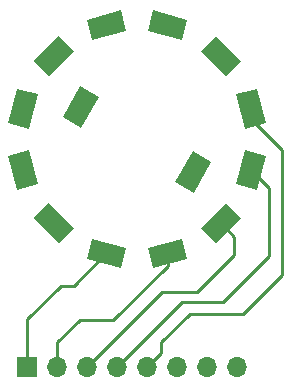
<source format=gtl>
G04 #@! TF.FileFunction,Copper,L1,Top,Signal*
%FSLAX46Y46*%
G04 Gerber Fmt 4.6, Leading zero omitted, Abs format (unit mm)*
G04 Created by KiCad (PCBNEW 4.0.2-stable) date 2019-03-28 2:21:56 PM*
%MOMM*%
G01*
G04 APERTURE LIST*
%ADD10C,0.200000*%
%ADD11R,1.700000X1.700000*%
%ADD12O,1.700000X1.700000*%
%ADD13C,0.250000*%
G04 APERTURE END LIST*
D10*
G36*
X47344048Y-46497562D02*
X46878174Y-44758895D01*
X49775952Y-43982438D01*
X50241826Y-45721105D01*
X47344048Y-46497562D01*
X47344048Y-46497562D01*
G37*
G36*
X43655736Y-49527056D02*
X42382944Y-48254264D01*
X44504264Y-46132944D01*
X45777056Y-47405736D01*
X43655736Y-49527056D01*
X43655736Y-49527056D01*
G37*
G36*
X41971105Y-53991826D02*
X40232438Y-53525952D01*
X41008895Y-50628174D01*
X42747562Y-51094048D01*
X41971105Y-53991826D01*
X41971105Y-53991826D01*
G37*
G36*
X40232438Y-56274048D02*
X41971105Y-55808174D01*
X42747562Y-58705952D01*
X41008895Y-59171826D01*
X40232438Y-56274048D01*
X40232438Y-56274048D01*
G37*
G36*
X42382944Y-61545736D02*
X43655736Y-60272944D01*
X45777056Y-62394264D01*
X44504264Y-63667056D01*
X42382944Y-61545736D01*
X42382944Y-61545736D01*
G37*
G36*
X46878174Y-65041105D02*
X47344048Y-63302438D01*
X50241826Y-64078895D01*
X49775952Y-65817562D01*
X46878174Y-65041105D01*
X46878174Y-65041105D01*
G37*
G36*
X55939423Y-59399038D02*
X54380577Y-58499038D01*
X55880577Y-55900962D01*
X57439423Y-56800962D01*
X55939423Y-59399038D01*
X55939423Y-59399038D01*
G37*
G36*
X46419423Y-53899038D02*
X44860577Y-52999038D01*
X46360577Y-50400962D01*
X47919423Y-51300962D01*
X46419423Y-53899038D01*
X46419423Y-53899038D01*
G37*
G36*
X52058174Y-45721105D02*
X52524048Y-43982438D01*
X55421826Y-44758895D01*
X54955952Y-46497562D01*
X52058174Y-45721105D01*
X52058174Y-45721105D01*
G37*
G36*
X56522944Y-47405736D02*
X57795736Y-46132944D01*
X59917056Y-48254264D01*
X58644264Y-49527056D01*
X56522944Y-47405736D01*
X56522944Y-47405736D01*
G37*
G36*
X59552438Y-51094048D02*
X61291105Y-50628174D01*
X62067562Y-53525952D01*
X60328895Y-53991826D01*
X59552438Y-51094048D01*
X59552438Y-51094048D01*
G37*
G36*
X61291105Y-59171826D02*
X59552438Y-58705952D01*
X60328895Y-55808174D01*
X62067562Y-56274048D01*
X61291105Y-59171826D01*
X61291105Y-59171826D01*
G37*
G36*
X57795736Y-63667056D02*
X56522944Y-62394264D01*
X58644264Y-60272944D01*
X59917056Y-61545736D01*
X57795736Y-63667056D01*
X57795736Y-63667056D01*
G37*
G36*
X52524048Y-65817562D02*
X52058174Y-64078895D01*
X54955952Y-63302438D01*
X55421826Y-65041105D01*
X52524048Y-65817562D01*
X52524048Y-65817562D01*
G37*
D11*
X41870000Y-74150000D03*
D12*
X44410000Y-74150000D03*
X46950000Y-74150000D03*
X49490000Y-74150000D03*
X52030000Y-74150000D03*
X54570000Y-74150000D03*
X57110000Y-74150000D03*
X59650000Y-74150000D03*
D13*
X41870000Y-74150000D02*
X41870000Y-70100000D01*
X41870000Y-70100000D02*
X44680000Y-67290000D01*
X44680000Y-67290000D02*
X45830000Y-67290000D01*
X45830000Y-67290000D02*
X48560000Y-64560000D01*
X46300000Y-70200000D02*
X44410000Y-72090000D01*
X44410000Y-72090000D02*
X44410000Y-74150000D01*
X49131748Y-70200000D02*
X46300000Y-70200000D01*
X53740000Y-64560000D02*
X53740000Y-65591748D01*
X53740000Y-65591748D02*
X49131748Y-70200000D01*
X59400000Y-64650000D02*
X59400000Y-63150000D01*
X59400000Y-63150000D02*
X58220000Y-61970000D01*
X56250000Y-67800000D02*
X59400000Y-64650000D01*
X53300000Y-67800000D02*
X56250000Y-67800000D01*
X46950000Y-74150000D02*
X53300000Y-67800000D01*
X49490000Y-74150000D02*
X54990000Y-68650000D01*
X54990000Y-68650000D02*
X58450000Y-68650000D01*
X58450000Y-68650000D02*
X62350000Y-64750000D01*
X62350000Y-64750000D02*
X62350000Y-59030000D01*
X62350000Y-59030000D02*
X60810000Y-57490000D01*
X52030000Y-74150000D02*
X53205001Y-72974999D01*
X53205001Y-72974999D02*
X53205001Y-72094999D01*
X53205001Y-72094999D02*
X55650000Y-69650000D01*
X60100000Y-69650000D02*
X63400000Y-66350000D01*
X55650000Y-69650000D02*
X60100000Y-69650000D01*
X63400000Y-66350000D02*
X63400000Y-55800000D01*
X63400000Y-55800000D02*
X60810000Y-53210000D01*
X60810000Y-53210000D02*
X60810000Y-52310000D01*
M02*

</source>
